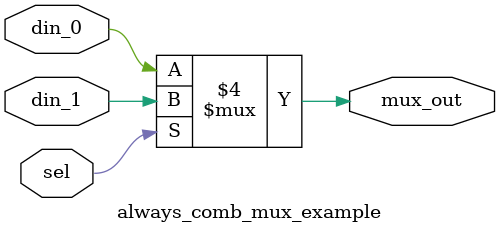
<source format=sv>
`timescale 1ns / 1ps

module  always_comb_mux_example(
input  wire  din_0      , 
input  wire  din_1      , 
input  wire  sel        , 
output reg   mux_out      
);

always_comb
begin : MUX  //Start of Block Statement
  if (sel == 1'b0) begin
      mux_out = din_0;
  end else begin
      mux_out = din_1 ;
  end
end   //End of Block Statement

endmodule 
</source>
